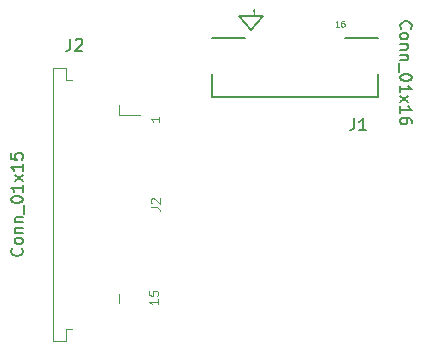
<source format=gto>
%TF.GenerationSoftware,KiCad,Pcbnew,8.0.3-8.0.3-0~ubuntu22.04.1*%
%TF.CreationDate,2024-07-09T12:22:33+05:30*%
%TF.ProjectId,CSI,4353492e-6b69-4636-9164-5f7063625858,rev?*%
%TF.SameCoordinates,Original*%
%TF.FileFunction,Legend,Top*%
%TF.FilePolarity,Positive*%
%FSLAX46Y46*%
G04 Gerber Fmt 4.6, Leading zero omitted, Abs format (unit mm)*
G04 Created by KiCad (PCBNEW 8.0.3-8.0.3-0~ubuntu22.04.1) date 2024-07-09 12:22:33*
%MOMM*%
%LPD*%
G01*
G04 APERTURE LIST*
%ADD10C,0.100000*%
%ADD11C,0.150000*%
%ADD12C,0.152400*%
%ADD13C,0.120000*%
G04 APERTURE END LIST*
D10*
X160723747Y-86376609D02*
X160438033Y-86376609D01*
X160580890Y-86376609D02*
X160580890Y-85876609D01*
X160580890Y-85876609D02*
X160533271Y-85948038D01*
X160533271Y-85948038D02*
X160485652Y-85995657D01*
X160485652Y-85995657D02*
X160438033Y-86019466D01*
X152553014Y-95012782D02*
X152553014Y-95441353D01*
X152553014Y-95227068D02*
X151803014Y-95227068D01*
X151803014Y-95227068D02*
X151910157Y-95298496D01*
X151910157Y-95298496D02*
X151981585Y-95369925D01*
X151981585Y-95369925D02*
X152017300Y-95441353D01*
X152428014Y-110462782D02*
X152428014Y-110891353D01*
X152428014Y-110677068D02*
X151678014Y-110677068D01*
X151678014Y-110677068D02*
X151785157Y-110748496D01*
X151785157Y-110748496D02*
X151856585Y-110819925D01*
X151856585Y-110819925D02*
X151892300Y-110891353D01*
X151678014Y-109784210D02*
X151678014Y-110141353D01*
X151678014Y-110141353D02*
X152035157Y-110177067D01*
X152035157Y-110177067D02*
X151999442Y-110141353D01*
X151999442Y-110141353D02*
X151963728Y-110069925D01*
X151963728Y-110069925D02*
X151963728Y-109891353D01*
X151963728Y-109891353D02*
X151999442Y-109819925D01*
X151999442Y-109819925D02*
X152035157Y-109784210D01*
X152035157Y-109784210D02*
X152106585Y-109748496D01*
X152106585Y-109748496D02*
X152285157Y-109748496D01*
X152285157Y-109748496D02*
X152356585Y-109784210D01*
X152356585Y-109784210D02*
X152392300Y-109819925D01*
X152392300Y-109819925D02*
X152428014Y-109891353D01*
X152428014Y-109891353D02*
X152428014Y-110069925D01*
X152428014Y-110069925D02*
X152392300Y-110141353D01*
X152392300Y-110141353D02*
X152356585Y-110177067D01*
X167746741Y-87383609D02*
X167461027Y-87383609D01*
X167603884Y-87383609D02*
X167603884Y-86883609D01*
X167603884Y-86883609D02*
X167556265Y-86955038D01*
X167556265Y-86955038D02*
X167508646Y-87002657D01*
X167508646Y-87002657D02*
X167461027Y-87026466D01*
X168175312Y-86883609D02*
X168080074Y-86883609D01*
X168080074Y-86883609D02*
X168032455Y-86907419D01*
X168032455Y-86907419D02*
X168008645Y-86931228D01*
X168008645Y-86931228D02*
X167961026Y-87002657D01*
X167961026Y-87002657D02*
X167937217Y-87097895D01*
X167937217Y-87097895D02*
X167937217Y-87288371D01*
X167937217Y-87288371D02*
X167961026Y-87335990D01*
X167961026Y-87335990D02*
X167984836Y-87359800D01*
X167984836Y-87359800D02*
X168032455Y-87383609D01*
X168032455Y-87383609D02*
X168127693Y-87383609D01*
X168127693Y-87383609D02*
X168175312Y-87359800D01*
X168175312Y-87359800D02*
X168199121Y-87335990D01*
X168199121Y-87335990D02*
X168222931Y-87288371D01*
X168222931Y-87288371D02*
X168222931Y-87169323D01*
X168222931Y-87169323D02*
X168199121Y-87121704D01*
X168199121Y-87121704D02*
X168175312Y-87097895D01*
X168175312Y-87097895D02*
X168127693Y-87074085D01*
X168127693Y-87074085D02*
X168032455Y-87074085D01*
X168032455Y-87074085D02*
X167984836Y-87097895D01*
X167984836Y-87097895D02*
X167961026Y-87121704D01*
X167961026Y-87121704D02*
X167937217Y-87169323D01*
D11*
X173015419Y-87561904D02*
X172967800Y-87514285D01*
X172967800Y-87514285D02*
X172920180Y-87371428D01*
X172920180Y-87371428D02*
X172920180Y-87276190D01*
X172920180Y-87276190D02*
X172967800Y-87133333D01*
X172967800Y-87133333D02*
X173063038Y-87038095D01*
X173063038Y-87038095D02*
X173158276Y-86990476D01*
X173158276Y-86990476D02*
X173348752Y-86942857D01*
X173348752Y-86942857D02*
X173491609Y-86942857D01*
X173491609Y-86942857D02*
X173682085Y-86990476D01*
X173682085Y-86990476D02*
X173777323Y-87038095D01*
X173777323Y-87038095D02*
X173872561Y-87133333D01*
X173872561Y-87133333D02*
X173920180Y-87276190D01*
X173920180Y-87276190D02*
X173920180Y-87371428D01*
X173920180Y-87371428D02*
X173872561Y-87514285D01*
X173872561Y-87514285D02*
X173824942Y-87561904D01*
X172920180Y-88133333D02*
X172967800Y-88038095D01*
X172967800Y-88038095D02*
X173015419Y-87990476D01*
X173015419Y-87990476D02*
X173110657Y-87942857D01*
X173110657Y-87942857D02*
X173396371Y-87942857D01*
X173396371Y-87942857D02*
X173491609Y-87990476D01*
X173491609Y-87990476D02*
X173539228Y-88038095D01*
X173539228Y-88038095D02*
X173586847Y-88133333D01*
X173586847Y-88133333D02*
X173586847Y-88276190D01*
X173586847Y-88276190D02*
X173539228Y-88371428D01*
X173539228Y-88371428D02*
X173491609Y-88419047D01*
X173491609Y-88419047D02*
X173396371Y-88466666D01*
X173396371Y-88466666D02*
X173110657Y-88466666D01*
X173110657Y-88466666D02*
X173015419Y-88419047D01*
X173015419Y-88419047D02*
X172967800Y-88371428D01*
X172967800Y-88371428D02*
X172920180Y-88276190D01*
X172920180Y-88276190D02*
X172920180Y-88133333D01*
X173586847Y-88895238D02*
X172920180Y-88895238D01*
X173491609Y-88895238D02*
X173539228Y-88942857D01*
X173539228Y-88942857D02*
X173586847Y-89038095D01*
X173586847Y-89038095D02*
X173586847Y-89180952D01*
X173586847Y-89180952D02*
X173539228Y-89276190D01*
X173539228Y-89276190D02*
X173443990Y-89323809D01*
X173443990Y-89323809D02*
X172920180Y-89323809D01*
X173586847Y-89800000D02*
X172920180Y-89800000D01*
X173491609Y-89800000D02*
X173539228Y-89847619D01*
X173539228Y-89847619D02*
X173586847Y-89942857D01*
X173586847Y-89942857D02*
X173586847Y-90085714D01*
X173586847Y-90085714D02*
X173539228Y-90180952D01*
X173539228Y-90180952D02*
X173443990Y-90228571D01*
X173443990Y-90228571D02*
X172920180Y-90228571D01*
X172824942Y-90466667D02*
X172824942Y-91228571D01*
X173920180Y-91657143D02*
X173920180Y-91752381D01*
X173920180Y-91752381D02*
X173872561Y-91847619D01*
X173872561Y-91847619D02*
X173824942Y-91895238D01*
X173824942Y-91895238D02*
X173729704Y-91942857D01*
X173729704Y-91942857D02*
X173539228Y-91990476D01*
X173539228Y-91990476D02*
X173301133Y-91990476D01*
X173301133Y-91990476D02*
X173110657Y-91942857D01*
X173110657Y-91942857D02*
X173015419Y-91895238D01*
X173015419Y-91895238D02*
X172967800Y-91847619D01*
X172967800Y-91847619D02*
X172920180Y-91752381D01*
X172920180Y-91752381D02*
X172920180Y-91657143D01*
X172920180Y-91657143D02*
X172967800Y-91561905D01*
X172967800Y-91561905D02*
X173015419Y-91514286D01*
X173015419Y-91514286D02*
X173110657Y-91466667D01*
X173110657Y-91466667D02*
X173301133Y-91419048D01*
X173301133Y-91419048D02*
X173539228Y-91419048D01*
X173539228Y-91419048D02*
X173729704Y-91466667D01*
X173729704Y-91466667D02*
X173824942Y-91514286D01*
X173824942Y-91514286D02*
X173872561Y-91561905D01*
X173872561Y-91561905D02*
X173920180Y-91657143D01*
X172920180Y-92942857D02*
X172920180Y-92371429D01*
X172920180Y-92657143D02*
X173920180Y-92657143D01*
X173920180Y-92657143D02*
X173777323Y-92561905D01*
X173777323Y-92561905D02*
X173682085Y-92466667D01*
X173682085Y-92466667D02*
X173634466Y-92371429D01*
X172920180Y-93276191D02*
X173586847Y-93800000D01*
X173586847Y-93276191D02*
X172920180Y-93800000D01*
X172920180Y-94704762D02*
X172920180Y-94133334D01*
X172920180Y-94419048D02*
X173920180Y-94419048D01*
X173920180Y-94419048D02*
X173777323Y-94323810D01*
X173777323Y-94323810D02*
X173682085Y-94228572D01*
X173682085Y-94228572D02*
X173634466Y-94133334D01*
X173920180Y-95561905D02*
X173920180Y-95371429D01*
X173920180Y-95371429D02*
X173872561Y-95276191D01*
X173872561Y-95276191D02*
X173824942Y-95228572D01*
X173824942Y-95228572D02*
X173682085Y-95133334D01*
X173682085Y-95133334D02*
X173491609Y-95085715D01*
X173491609Y-95085715D02*
X173110657Y-95085715D01*
X173110657Y-95085715D02*
X173015419Y-95133334D01*
X173015419Y-95133334D02*
X172967800Y-95180953D01*
X172967800Y-95180953D02*
X172920180Y-95276191D01*
X172920180Y-95276191D02*
X172920180Y-95466667D01*
X172920180Y-95466667D02*
X172967800Y-95561905D01*
X172967800Y-95561905D02*
X173015419Y-95609524D01*
X173015419Y-95609524D02*
X173110657Y-95657143D01*
X173110657Y-95657143D02*
X173348752Y-95657143D01*
X173348752Y-95657143D02*
X173443990Y-95609524D01*
X173443990Y-95609524D02*
X173491609Y-95561905D01*
X173491609Y-95561905D02*
X173539228Y-95466667D01*
X173539228Y-95466667D02*
X173539228Y-95276191D01*
X173539228Y-95276191D02*
X173491609Y-95180953D01*
X173491609Y-95180953D02*
X173443990Y-95133334D01*
X173443990Y-95133334D02*
X173348752Y-95085715D01*
X169041666Y-95129819D02*
X169041666Y-95844104D01*
X169041666Y-95844104D02*
X168994047Y-95986961D01*
X168994047Y-95986961D02*
X168898809Y-96082200D01*
X168898809Y-96082200D02*
X168755952Y-96129819D01*
X168755952Y-96129819D02*
X168660714Y-96129819D01*
X170041666Y-96129819D02*
X169470238Y-96129819D01*
X169755952Y-96129819D02*
X169755952Y-95129819D01*
X169755952Y-95129819D02*
X169660714Y-95272676D01*
X169660714Y-95272676D02*
X169565476Y-95367914D01*
X169565476Y-95367914D02*
X169470238Y-95415533D01*
D10*
X151816764Y-102674999D02*
X152352478Y-102674999D01*
X152352478Y-102674999D02*
X152459621Y-102710714D01*
X152459621Y-102710714D02*
X152531050Y-102782142D01*
X152531050Y-102782142D02*
X152566764Y-102889285D01*
X152566764Y-102889285D02*
X152566764Y-102960714D01*
X151888192Y-102353570D02*
X151852478Y-102317856D01*
X151852478Y-102317856D02*
X151816764Y-102246428D01*
X151816764Y-102246428D02*
X151816764Y-102067856D01*
X151816764Y-102067856D02*
X151852478Y-101996428D01*
X151852478Y-101996428D02*
X151888192Y-101960713D01*
X151888192Y-101960713D02*
X151959621Y-101924999D01*
X151959621Y-101924999D02*
X152031050Y-101924999D01*
X152031050Y-101924999D02*
X152138192Y-101960713D01*
X152138192Y-101960713D02*
X152566764Y-102389285D01*
X152566764Y-102389285D02*
X152566764Y-101924999D01*
D11*
X140884580Y-106163095D02*
X140932200Y-106210714D01*
X140932200Y-106210714D02*
X140979819Y-106353571D01*
X140979819Y-106353571D02*
X140979819Y-106448809D01*
X140979819Y-106448809D02*
X140932200Y-106591666D01*
X140932200Y-106591666D02*
X140836961Y-106686904D01*
X140836961Y-106686904D02*
X140741723Y-106734523D01*
X140741723Y-106734523D02*
X140551247Y-106782142D01*
X140551247Y-106782142D02*
X140408390Y-106782142D01*
X140408390Y-106782142D02*
X140217914Y-106734523D01*
X140217914Y-106734523D02*
X140122676Y-106686904D01*
X140122676Y-106686904D02*
X140027438Y-106591666D01*
X140027438Y-106591666D02*
X139979819Y-106448809D01*
X139979819Y-106448809D02*
X139979819Y-106353571D01*
X139979819Y-106353571D02*
X140027438Y-106210714D01*
X140027438Y-106210714D02*
X140075057Y-106163095D01*
X140979819Y-105591666D02*
X140932200Y-105686904D01*
X140932200Y-105686904D02*
X140884580Y-105734523D01*
X140884580Y-105734523D02*
X140789342Y-105782142D01*
X140789342Y-105782142D02*
X140503628Y-105782142D01*
X140503628Y-105782142D02*
X140408390Y-105734523D01*
X140408390Y-105734523D02*
X140360771Y-105686904D01*
X140360771Y-105686904D02*
X140313152Y-105591666D01*
X140313152Y-105591666D02*
X140313152Y-105448809D01*
X140313152Y-105448809D02*
X140360771Y-105353571D01*
X140360771Y-105353571D02*
X140408390Y-105305952D01*
X140408390Y-105305952D02*
X140503628Y-105258333D01*
X140503628Y-105258333D02*
X140789342Y-105258333D01*
X140789342Y-105258333D02*
X140884580Y-105305952D01*
X140884580Y-105305952D02*
X140932200Y-105353571D01*
X140932200Y-105353571D02*
X140979819Y-105448809D01*
X140979819Y-105448809D02*
X140979819Y-105591666D01*
X140313152Y-104829761D02*
X140979819Y-104829761D01*
X140408390Y-104829761D02*
X140360771Y-104782142D01*
X140360771Y-104782142D02*
X140313152Y-104686904D01*
X140313152Y-104686904D02*
X140313152Y-104544047D01*
X140313152Y-104544047D02*
X140360771Y-104448809D01*
X140360771Y-104448809D02*
X140456009Y-104401190D01*
X140456009Y-104401190D02*
X140979819Y-104401190D01*
X140313152Y-103924999D02*
X140979819Y-103924999D01*
X140408390Y-103924999D02*
X140360771Y-103877380D01*
X140360771Y-103877380D02*
X140313152Y-103782142D01*
X140313152Y-103782142D02*
X140313152Y-103639285D01*
X140313152Y-103639285D02*
X140360771Y-103544047D01*
X140360771Y-103544047D02*
X140456009Y-103496428D01*
X140456009Y-103496428D02*
X140979819Y-103496428D01*
X141075057Y-103258333D02*
X141075057Y-102496428D01*
X139979819Y-102067856D02*
X139979819Y-101972618D01*
X139979819Y-101972618D02*
X140027438Y-101877380D01*
X140027438Y-101877380D02*
X140075057Y-101829761D01*
X140075057Y-101829761D02*
X140170295Y-101782142D01*
X140170295Y-101782142D02*
X140360771Y-101734523D01*
X140360771Y-101734523D02*
X140598866Y-101734523D01*
X140598866Y-101734523D02*
X140789342Y-101782142D01*
X140789342Y-101782142D02*
X140884580Y-101829761D01*
X140884580Y-101829761D02*
X140932200Y-101877380D01*
X140932200Y-101877380D02*
X140979819Y-101972618D01*
X140979819Y-101972618D02*
X140979819Y-102067856D01*
X140979819Y-102067856D02*
X140932200Y-102163094D01*
X140932200Y-102163094D02*
X140884580Y-102210713D01*
X140884580Y-102210713D02*
X140789342Y-102258332D01*
X140789342Y-102258332D02*
X140598866Y-102305951D01*
X140598866Y-102305951D02*
X140360771Y-102305951D01*
X140360771Y-102305951D02*
X140170295Y-102258332D01*
X140170295Y-102258332D02*
X140075057Y-102210713D01*
X140075057Y-102210713D02*
X140027438Y-102163094D01*
X140027438Y-102163094D02*
X139979819Y-102067856D01*
X140979819Y-100782142D02*
X140979819Y-101353570D01*
X140979819Y-101067856D02*
X139979819Y-101067856D01*
X139979819Y-101067856D02*
X140122676Y-101163094D01*
X140122676Y-101163094D02*
X140217914Y-101258332D01*
X140217914Y-101258332D02*
X140265533Y-101353570D01*
X140979819Y-100448808D02*
X140313152Y-99924999D01*
X140313152Y-100448808D02*
X140979819Y-99924999D01*
X140979819Y-99020237D02*
X140979819Y-99591665D01*
X140979819Y-99305951D02*
X139979819Y-99305951D01*
X139979819Y-99305951D02*
X140122676Y-99401189D01*
X140122676Y-99401189D02*
X140217914Y-99496427D01*
X140217914Y-99496427D02*
X140265533Y-99591665D01*
X139979819Y-98115475D02*
X139979819Y-98591665D01*
X139979819Y-98591665D02*
X140456009Y-98639284D01*
X140456009Y-98639284D02*
X140408390Y-98591665D01*
X140408390Y-98591665D02*
X140360771Y-98496427D01*
X140360771Y-98496427D02*
X140360771Y-98258332D01*
X140360771Y-98258332D02*
X140408390Y-98163094D01*
X140408390Y-98163094D02*
X140456009Y-98115475D01*
X140456009Y-98115475D02*
X140551247Y-98067856D01*
X140551247Y-98067856D02*
X140789342Y-98067856D01*
X140789342Y-98067856D02*
X140884580Y-98115475D01*
X140884580Y-98115475D02*
X140932200Y-98163094D01*
X140932200Y-98163094D02*
X140979819Y-98258332D01*
X140979819Y-98258332D02*
X140979819Y-98496427D01*
X140979819Y-98496427D02*
X140932200Y-98591665D01*
X140932200Y-98591665D02*
X140884580Y-98639284D01*
X145016666Y-88404819D02*
X145016666Y-89119104D01*
X145016666Y-89119104D02*
X144969047Y-89261961D01*
X144969047Y-89261961D02*
X144873809Y-89357200D01*
X144873809Y-89357200D02*
X144730952Y-89404819D01*
X144730952Y-89404819D02*
X144635714Y-89404819D01*
X145445238Y-88500057D02*
X145492857Y-88452438D01*
X145492857Y-88452438D02*
X145588095Y-88404819D01*
X145588095Y-88404819D02*
X145826190Y-88404819D01*
X145826190Y-88404819D02*
X145921428Y-88452438D01*
X145921428Y-88452438D02*
X145969047Y-88500057D01*
X145969047Y-88500057D02*
X146016666Y-88595295D01*
X146016666Y-88595295D02*
X146016666Y-88690533D01*
X146016666Y-88690533D02*
X145969047Y-88833390D01*
X145969047Y-88833390D02*
X145397619Y-89404819D01*
X145397619Y-89404819D02*
X146016666Y-89404819D01*
D12*
%TO.C,J1*%
X156975006Y-91392500D02*
X156975006Y-93375000D01*
X156975006Y-93375000D02*
X171074978Y-93375000D01*
X159261006Y-86443000D02*
X160277006Y-87636800D01*
X159261006Y-86443000D02*
X161293006Y-86443000D01*
X159807500Y-88375000D02*
X156975006Y-88375000D01*
X161293006Y-86443000D02*
X160277006Y-87636800D01*
X171074978Y-88375000D02*
X168242500Y-88375000D01*
X171074978Y-93375000D02*
X171074978Y-91392500D01*
D13*
%TO.C,J2*%
X143515000Y-90855000D02*
X144625000Y-90855000D01*
X143515000Y-113995000D02*
X143515000Y-90855000D01*
X144625000Y-90855000D02*
X144625000Y-91880000D01*
X144625000Y-91880000D02*
X145165000Y-91880000D01*
X144625000Y-112970000D02*
X144625000Y-113995000D01*
X144625000Y-113995000D02*
X143515000Y-113995000D01*
X145165000Y-112970000D02*
X144625000Y-112970000D01*
X149135000Y-94035000D02*
X149135000Y-94860000D01*
X149135000Y-94860000D02*
X150935000Y-94860000D01*
X149135000Y-109990000D02*
X149135000Y-110815000D01*
%TD*%
M02*

</source>
